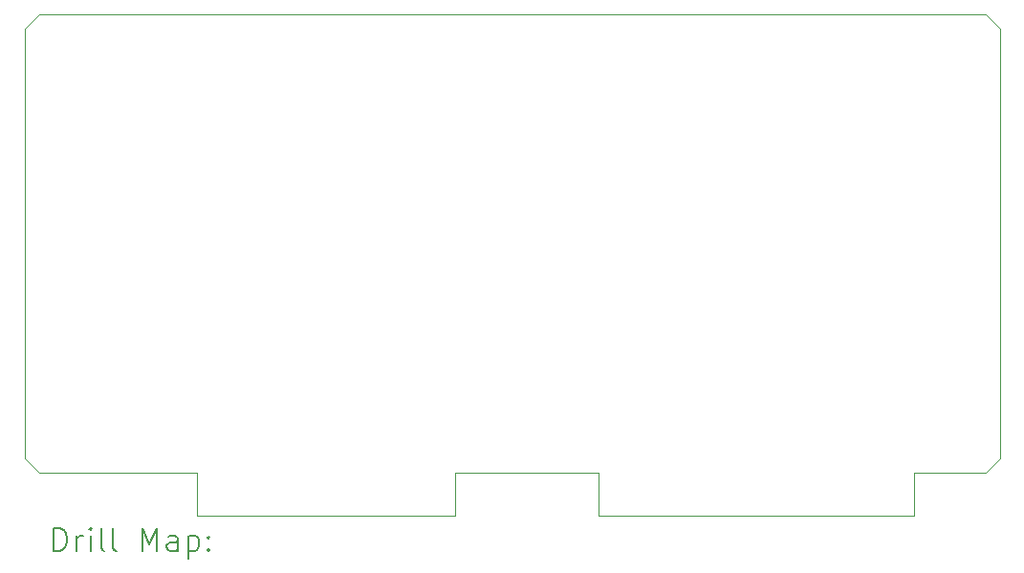
<source format=gbr>
%TF.GenerationSoftware,KiCad,Pcbnew,8.0.2-8.0.2-0~ubuntu22.04.1*%
%TF.CreationDate,2024-05-24T18:44:56+02:00*%
%TF.ProjectId,flipper-debug-devboard,666c6970-7065-4722-9d64-656275672d64,rev?*%
%TF.SameCoordinates,Original*%
%TF.FileFunction,Drillmap*%
%TF.FilePolarity,Positive*%
%FSLAX45Y45*%
G04 Gerber Fmt 4.5, Leading zero omitted, Abs format (unit mm)*
G04 Created by KiCad (PCBNEW 8.0.2-8.0.2-0~ubuntu22.04.1) date 2024-05-24 18:44:56*
%MOMM*%
%LPD*%
G01*
G04 APERTURE LIST*
%ADD10C,0.050000*%
%ADD11C,0.200000*%
G04 APERTURE END LIST*
D10*
X15494000Y-10287000D02*
X15494000Y-14097000D01*
X15367000Y-14224000D01*
X14732000Y-14224000D01*
X14732000Y-14605000D01*
X11938000Y-14605000D01*
X11938000Y-14224000D01*
X10668000Y-14224000D01*
X10668000Y-14605000D01*
X8382000Y-14605000D01*
X8382000Y-14224000D01*
X6985000Y-14224000D01*
X6858000Y-14097000D01*
X6858000Y-10287000D01*
X6985000Y-10160000D01*
X15367000Y-10160000D01*
X15494000Y-10287000D01*
D11*
X7116277Y-14918984D02*
X7116277Y-14718984D01*
X7116277Y-14718984D02*
X7163896Y-14718984D01*
X7163896Y-14718984D02*
X7192467Y-14728508D01*
X7192467Y-14728508D02*
X7211515Y-14747555D01*
X7211515Y-14747555D02*
X7221039Y-14766603D01*
X7221039Y-14766603D02*
X7230562Y-14804698D01*
X7230562Y-14804698D02*
X7230562Y-14833269D01*
X7230562Y-14833269D02*
X7221039Y-14871365D01*
X7221039Y-14871365D02*
X7211515Y-14890412D01*
X7211515Y-14890412D02*
X7192467Y-14909460D01*
X7192467Y-14909460D02*
X7163896Y-14918984D01*
X7163896Y-14918984D02*
X7116277Y-14918984D01*
X7316277Y-14918984D02*
X7316277Y-14785650D01*
X7316277Y-14823746D02*
X7325801Y-14804698D01*
X7325801Y-14804698D02*
X7335324Y-14795174D01*
X7335324Y-14795174D02*
X7354372Y-14785650D01*
X7354372Y-14785650D02*
X7373420Y-14785650D01*
X7440086Y-14918984D02*
X7440086Y-14785650D01*
X7440086Y-14718984D02*
X7430562Y-14728508D01*
X7430562Y-14728508D02*
X7440086Y-14738031D01*
X7440086Y-14738031D02*
X7449610Y-14728508D01*
X7449610Y-14728508D02*
X7440086Y-14718984D01*
X7440086Y-14718984D02*
X7440086Y-14738031D01*
X7563896Y-14918984D02*
X7544848Y-14909460D01*
X7544848Y-14909460D02*
X7535324Y-14890412D01*
X7535324Y-14890412D02*
X7535324Y-14718984D01*
X7668658Y-14918984D02*
X7649610Y-14909460D01*
X7649610Y-14909460D02*
X7640086Y-14890412D01*
X7640086Y-14890412D02*
X7640086Y-14718984D01*
X7897229Y-14918984D02*
X7897229Y-14718984D01*
X7897229Y-14718984D02*
X7963896Y-14861841D01*
X7963896Y-14861841D02*
X8030562Y-14718984D01*
X8030562Y-14718984D02*
X8030562Y-14918984D01*
X8211515Y-14918984D02*
X8211515Y-14814222D01*
X8211515Y-14814222D02*
X8201991Y-14795174D01*
X8201991Y-14795174D02*
X8182943Y-14785650D01*
X8182943Y-14785650D02*
X8144848Y-14785650D01*
X8144848Y-14785650D02*
X8125801Y-14795174D01*
X8211515Y-14909460D02*
X8192467Y-14918984D01*
X8192467Y-14918984D02*
X8144848Y-14918984D01*
X8144848Y-14918984D02*
X8125801Y-14909460D01*
X8125801Y-14909460D02*
X8116277Y-14890412D01*
X8116277Y-14890412D02*
X8116277Y-14871365D01*
X8116277Y-14871365D02*
X8125801Y-14852317D01*
X8125801Y-14852317D02*
X8144848Y-14842793D01*
X8144848Y-14842793D02*
X8192467Y-14842793D01*
X8192467Y-14842793D02*
X8211515Y-14833269D01*
X8306753Y-14785650D02*
X8306753Y-14985650D01*
X8306753Y-14795174D02*
X8325801Y-14785650D01*
X8325801Y-14785650D02*
X8363896Y-14785650D01*
X8363896Y-14785650D02*
X8382943Y-14795174D01*
X8382943Y-14795174D02*
X8392467Y-14804698D01*
X8392467Y-14804698D02*
X8401991Y-14823746D01*
X8401991Y-14823746D02*
X8401991Y-14880888D01*
X8401991Y-14880888D02*
X8392467Y-14899936D01*
X8392467Y-14899936D02*
X8382943Y-14909460D01*
X8382943Y-14909460D02*
X8363896Y-14918984D01*
X8363896Y-14918984D02*
X8325801Y-14918984D01*
X8325801Y-14918984D02*
X8306753Y-14909460D01*
X8487705Y-14899936D02*
X8497229Y-14909460D01*
X8497229Y-14909460D02*
X8487705Y-14918984D01*
X8487705Y-14918984D02*
X8478182Y-14909460D01*
X8478182Y-14909460D02*
X8487705Y-14899936D01*
X8487705Y-14899936D02*
X8487705Y-14918984D01*
X8487705Y-14795174D02*
X8497229Y-14804698D01*
X8497229Y-14804698D02*
X8487705Y-14814222D01*
X8487705Y-14814222D02*
X8478182Y-14804698D01*
X8478182Y-14804698D02*
X8487705Y-14795174D01*
X8487705Y-14795174D02*
X8487705Y-14814222D01*
M02*

</source>
